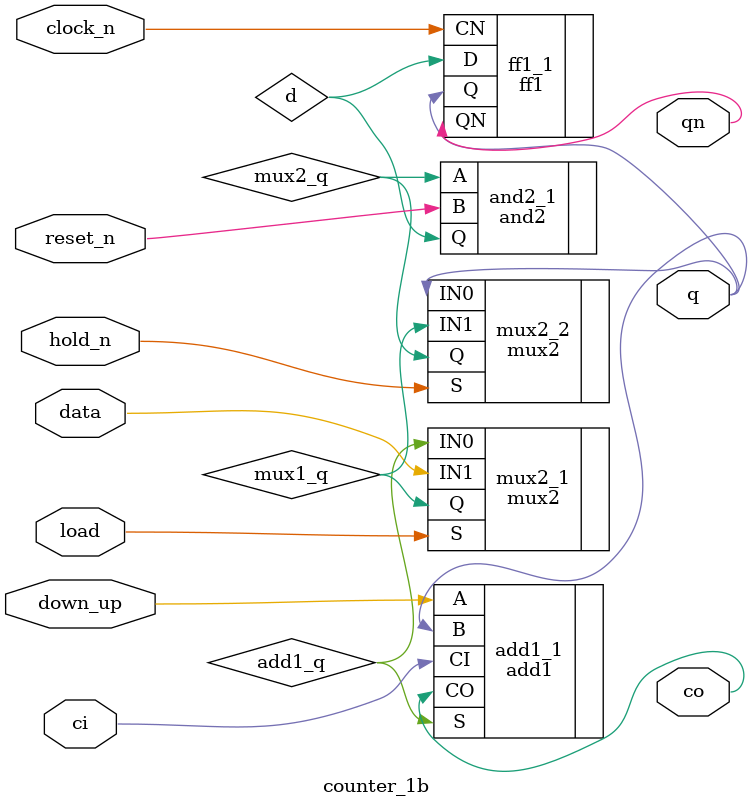
<source format=v>

`timescale 1ns/10ps

module counter_1b (data, ci, down_up, load, clock_n, reset_n, hold_n, q, qn, co);
	input data, ci, down_up, load, clock_n, reset_n, hold_n;
	output q, qn, co;
	wire data, ci, down_up, load, clock_n, reset_n, hold_n, q, qn, co;

	wire add1_q, mux1_q, d;
	wire mux2_q;


	// Data

	add1 add1_1(.A(down_up), .B(q), .CI(ci), .CO(co), .S(add1_q));
	
	mux2 mux2_1(.IN0(add1_q), .IN1(data), .Q(mux1_q), .S(load));

	mux2 mux2_2(.IN0(q), .IN1(mux1_q), .Q(mux2_q), .S(hold_n));

	and2 and2_1(.Q(d), .A(mux2_q), .B(reset_n));



	// Register

	ff1 ff1_1(.CN(clock_n), .D(d), .Q(q), .QN(qn));

endmodule

</source>
